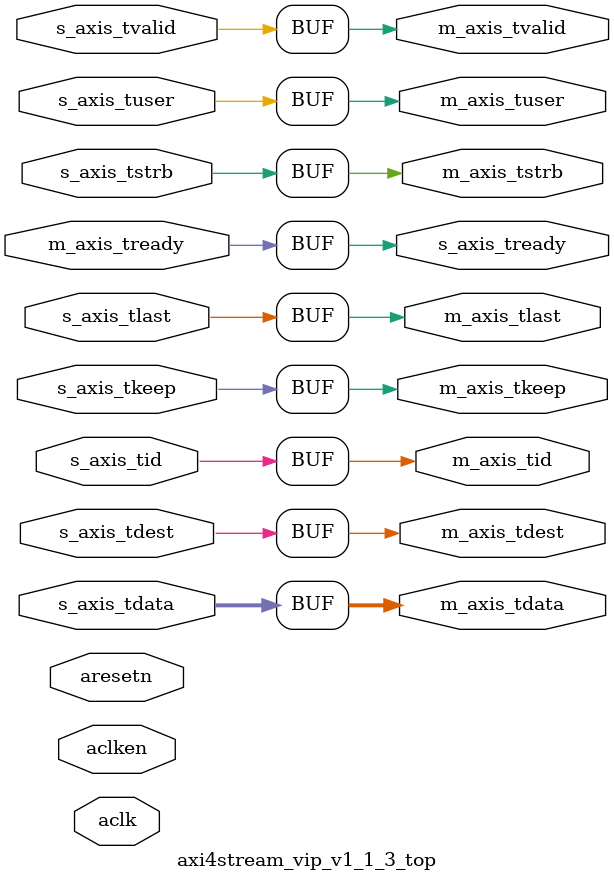
<source format=sv>

`timescale 1ps/1ps

(* DowngradeIPIdentifiedWarnings="yes" *) 
module axi4stream_vip_v1_1_3_top #
  (
   parameter [31:0]  C_AXI4STREAM_SIGNAL_SET         = 32'h03,
   parameter integer C_AXI4STREAM_INTERFACE_MODE     = 1,  //master, slave and bypass
   parameter integer C_AXI4STREAM_DATA_WIDTH        = 8,
   parameter integer C_AXI4STREAM_USER_BITS_PER_BYTE = 0,
   parameter integer C_AXI4STREAM_ID_WIDTH          = 0,
   parameter integer C_AXI4STREAM_DEST_WIDTH        = 0,
   parameter integer C_AXI4STREAM_USER_WIDTH        = 0,
   parameter integer C_AXI4STREAM_HAS_ARESETN       = 0
   )
  (
   // System Signals
   input wire aclk,
   input wire aresetn,
   input wire aclken,

   // Slave side
   input  wire                              s_axis_tvalid,
   output wire                              s_axis_tready,
   input  wire [C_AXI4STREAM_DATA_WIDTH==0? 0:C_AXI4STREAM_DATA_WIDTH-1:0]     s_axis_tdata,
   input  wire [C_AXI4STREAM_DATA_WIDTH/8==0? 0:C_AXI4STREAM_DATA_WIDTH/8-1:0]   s_axis_tstrb,
   input  wire [C_AXI4STREAM_DATA_WIDTH/8==0? 0:C_AXI4STREAM_DATA_WIDTH/8-1:0]   s_axis_tkeep,
   input  wire                              s_axis_tlast,
   input  wire [C_AXI4STREAM_ID_WIDTH==0? 0:C_AXI4STREAM_ID_WIDTH-1:0]         s_axis_tid,
   input  wire [C_AXI4STREAM_DEST_WIDTH==0? 0:C_AXI4STREAM_DEST_WIDTH-1:0]     s_axis_tdest,
   input  wire [C_AXI4STREAM_USER_WIDTH==0? 0:C_AXI4STREAM_USER_WIDTH-1:0]     s_axis_tuser,

   // Master side
   output wire                              m_axis_tvalid,
   input  wire                              m_axis_tready,
   output wire [C_AXI4STREAM_DATA_WIDTH==0? 0:C_AXI4STREAM_DATA_WIDTH-1:0]     m_axis_tdata,
   output wire [C_AXI4STREAM_DATA_WIDTH/8==0? 0:C_AXI4STREAM_DATA_WIDTH/8-1:0]   m_axis_tstrb,
   output wire [C_AXI4STREAM_DATA_WIDTH/8==0? 0:C_AXI4STREAM_DATA_WIDTH/8-1:0]   m_axis_tkeep,
   output wire                              m_axis_tlast,
   output wire [C_AXI4STREAM_ID_WIDTH==0? 0:C_AXI4STREAM_ID_WIDTH-1:0]         m_axis_tid,
   output wire [C_AXI4STREAM_DEST_WIDTH==0? 0:C_AXI4STREAM_DEST_WIDTH-1:0]     m_axis_tdest,
   output wire [C_AXI4STREAM_USER_WIDTH==0? 0:C_AXI4STREAM_USER_WIDTH-1:0]     m_axis_tuser
     );

    //output for slave side, 0 or interface signal(mux)
  assign s_axis_tready =  (C_AXI4STREAM_INTERFACE_MODE ==1 )? m_axis_tready : {1'b0};

  //output for master side, 0 or interface(mux)
  assign m_axis_tvalid = (C_AXI4STREAM_INTERFACE_MODE ==1 )? s_axis_tvalid : {1'b0};
  assign m_axis_tdata  = (C_AXI4STREAM_INTERFACE_MODE ==1 )? s_axis_tdata : {C_AXI4STREAM_DATA_WIDTH==0? 1:C_AXI4STREAM_DATA_WIDTH{1'b0}};
  assign m_axis_tstrb  =(C_AXI4STREAM_INTERFACE_MODE ==1 )? s_axis_tstrb : {C_AXI4STREAM_DATA_WIDTH/8==0? 1:(C_AXI4STREAM_DATA_WIDTH/8){1'b0}};
  assign m_axis_tkeep  =  (C_AXI4STREAM_INTERFACE_MODE ==1 )? s_axis_tkeep : {C_AXI4STREAM_DATA_WIDTH/8==0? 1:(C_AXI4STREAM_DATA_WIDTH/8){1'b0}};
  assign m_axis_tlast  = (C_AXI4STREAM_INTERFACE_MODE ==1 )? s_axis_tlast : {1'b0};
  assign m_axis_tid    = (C_AXI4STREAM_INTERFACE_MODE ==1 )? s_axis_tid: {C_AXI4STREAM_ID_WIDTH==0? 1: C_AXI4STREAM_ID_WIDTH{1'b0}};
  assign m_axis_tdest  = (C_AXI4STREAM_INTERFACE_MODE ==1 )? s_axis_tdest : {(C_AXI4STREAM_DEST_WIDTH==0? 1: C_AXI4STREAM_DEST_WIDTH){1'b0}};
  assign m_axis_tuser  =  (C_AXI4STREAM_INTERFACE_MODE ==1 )? s_axis_tuser: {(C_AXI4STREAM_USER_WIDTH==0? 1: C_AXI4STREAM_USER_WIDTH){1'b0}}; 

endmodule : axi4stream_vip_v1_1_3_top



</source>
